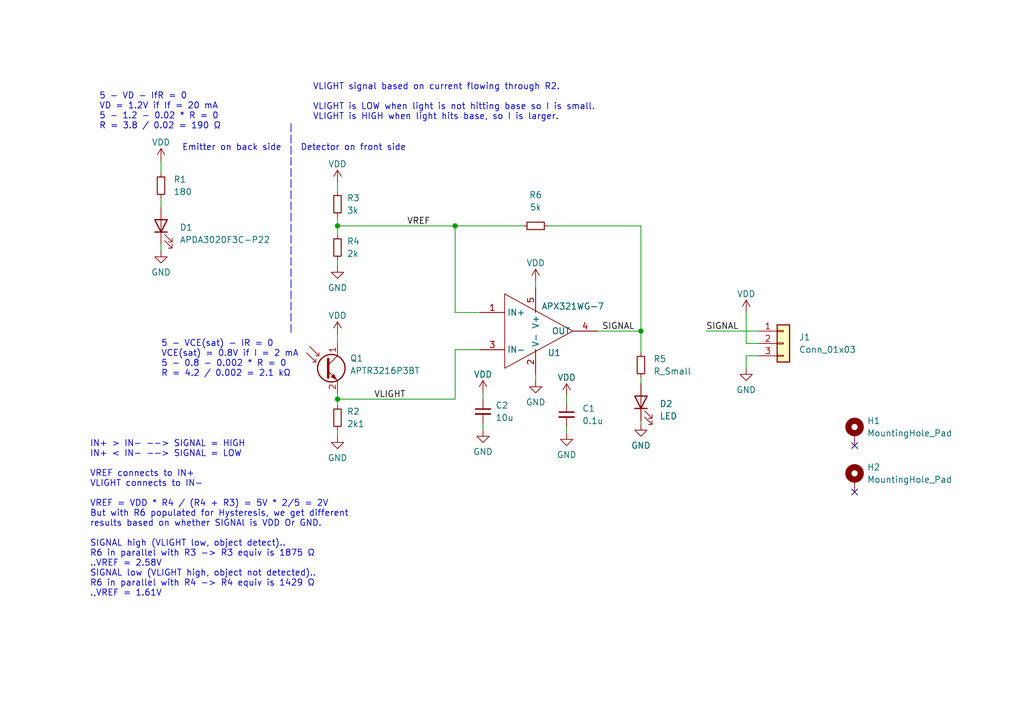
<source format=kicad_sch>
(kicad_sch (version 20211123) (generator eeschema)
  (paper "A5")
  (lib_symbols
    (symbol "Appreciate:APX321WG-7"
      (property "Reference" "U" (at 10.16 -3.81 0))
      (property "Value" "APX321WG-7" (at 15.24 3.81 0))
      (symbol "APX321WG-7_0_1"
        (polyline (pts (xy 0 7.62) (xy 0 -7.62) (xy 13.97 0) (xy 0 7.62)))
      )
      (symbol "APX321WG-7_1_1"
        (pin passive line (at -5.08 3.81 0) (length 5.08) (name "IN+") (number "1"))
        (pin passive line (at 6.35 -8.89 90) (length 5.08) (name "V-") (number "2"))
        (pin passive line (at -5.08 -3.81 0) (length 5.08) (name "IN-") (number "3"))
        (pin passive line (at 19.05 0 180) (length 5.08) (name "OUT") (number "4"))
        (pin passive line (at 6.35 8.89 270) (length 5.08) (name "V+") (number "5"))
      )
    )
    (symbol "Connector_Generic:Conn_01x03" (pin_names (offset 1.016) hide)
      (property "Reference" "J" (at 0 5.08 0))
      (property "Value" "Conn_01x03" (at 0 -5.08 0))
      (symbol "Conn_01x03_1_1"
        (rectangle (start -1.27 -2.413) (end 0 -2.667) (stroke (width 0.1524)))
        (rectangle (start -1.27 0.127) (end 0 -0.127) (stroke (width 0.1524)))
        (rectangle (start -1.27 2.667) (end 0 2.413) (stroke (width 0.1524)))
        (rectangle (start -1.27 3.81) (end 1.27 -3.81) (stroke (width 0.254)) (fill (type background)))
        (pin passive line (at -5.08 2.54 0) (length 3.81) (name "Pin_1") (number "1"))
        (pin passive line (at -5.08 0 0) (length 3.81) (name "Pin_2") (number "2"))
        (pin passive line (at -5.08 -2.54 0) (length 3.81) (name "Pin_3") (number "3"))
      )
    )
    (symbol "Device:C_Small" (pin_numbers hide) (pin_names (offset 0.254) hide)
      (property "Reference" "C" (at 0.254 1.778 0))
      (property "Value" "C_Small" (at 0.254 -2.032 0))
      (symbol "C_Small_0_1"
        (polyline (pts (xy -1.524 -0.508) (xy 1.524 -0.508)) (stroke (width 0.3302)))
        (polyline (pts (xy -1.524 0.508) (xy 1.524 0.508)) (stroke (width 0.3048)))
      )
      (symbol "C_Small_1_1"
        (pin passive line (at 0 2.54 270) (length 2.032) (name "~") (number "1"))
        (pin passive line (at 0 -2.54 90) (length 2.032) (name "~") (number "2"))
      )
    )
    (symbol "Device:LED" (pin_numbers hide) (pin_names (offset 1.016) hide)
      (property "Reference" "D" (at 0 2.54 0))
      (property "Value" "LED" (at 0 -2.54 0))
      (symbol "LED_0_1"
        (polyline (pts (xy -1.27 -1.27) (xy -1.27 1.27)) (stroke (width 0.254)))
        (polyline (pts (xy -1.27 0) (xy 1.27 0)))
        (polyline (pts (xy 1.27 -1.27) (xy 1.27 1.27) (xy -1.27 0) (xy 1.27 -1.27)) (stroke (width 0.254)))
        (polyline (pts (xy -3.048 -0.762) (xy -4.572 -2.286) (xy -3.81 -2.286) (xy -4.572 -2.286) (xy -4.572 -1.524)))
        (polyline (pts (xy -1.778 -0.762) (xy -3.302 -2.286) (xy -2.54 -2.286) (xy -3.302 -2.286) (xy -3.302 -1.524)))
      )
      (symbol "LED_1_1"
        (pin passive line (at -3.81 0 0) (length 2.54) (name "K") (number "1"))
        (pin passive line (at 3.81 0 180) (length 2.54) (name "A") (number "2"))
      )
    )
    (symbol "Device:Q_Photo_NPN" (pin_names (offset 0) hide)
      (property "Reference" "Q" (at 5.08 1.27 0))
      (property "Value" "Q_Photo_NPN" (at 5.08 -1.27 0))
      (symbol "Q_Photo_NPN_0_1"
        (polyline (pts (xy -1.905 1.27) (xy -2.54 1.27)))
        (polyline (pts (xy -1.27 2.54) (xy -1.905 2.54)))
        (polyline (pts (xy 0.635 0.635) (xy 2.54 2.54)))
        (polyline (pts (xy -3.81 3.175) (xy -1.905 1.27) (xy -1.905 1.905)))
        (polyline (pts (xy -3.175 4.445) (xy -1.27 2.54) (xy -1.27 3.175)))
        (polyline (pts (xy 0.635 -0.635) (xy 2.54 -2.54) (xy 2.54 -2.54)))
        (polyline (pts (xy 0.635 1.905) (xy 0.635 -1.905) (xy 0.635 -1.905)) (stroke (width 0.508)))
        (polyline (pts (xy 1.27 -1.778) (xy 1.778 -1.27) (xy 2.286 -2.286) (xy 1.27 -1.778) (xy 1.27 -1.778)) (fill (type outline)))
        (circle (center 1.27 0) (radius 2.8194) (stroke (width 0.254)))
      )
      (symbol "Q_Photo_NPN_1_1"
        (pin passive line (at 2.54 5.08 270) (length 2.54) (name "C") (number "1"))
        (pin passive line (at 2.54 -5.08 90) (length 2.54) (name "E") (number "2"))
      )
    )
    (symbol "Device:R_Small" (pin_numbers hide) (pin_names (offset 0.254) hide)
      (property "Reference" "R" (at 0.762 0.508 0))
      (property "Value" "R_Small" (at 0.762 -1.016 0))
      (symbol "R_Small_0_1"
        (rectangle (start -0.762 1.778) (end 0.762 -1.778) (stroke (width 0.2032)))
      )
      (symbol "R_Small_1_1"
        (pin passive line (at 0 2.54 270) (length 0.762) (name "~") (number "1"))
        (pin passive line (at 0 -2.54 90) (length 0.762) (name "~") (number "2"))
      )
    )
    (symbol "Mechanical:MountingHole_Pad" (pin_numbers hide) (pin_names (offset 1.016) hide)
      (property "Reference" "H" (at 0 6.35 0))
      (property "Value" "MountingHole_Pad" (at 0 4.445 0))
      (symbol "MountingHole_Pad_0_1"
        (circle (center 0 1.27) (radius 1.27) (stroke (width 1.27)))
      )
      (symbol "MountingHole_Pad_1_1"
        (pin input line (at 0 -2.54 90) (length 2.54) (name "1") (number "1"))
      )
    )
    (symbol "power:GND" (power) (pin_names (offset 0))
      (property "Value" "GND" (at 0 -3.81 0))
      (symbol "GND_0_1"
        (polyline (pts (xy 0 0) (xy 0 -1.27) (xy 1.27 -1.27) (xy 0 -2.54) (xy -1.27 -1.27) (xy 0 -1.27)))
      )
      (symbol "GND_1_1"
        (pin power_in line (at 0 0 270) (length 0) hide (name "GND") (number "1"))
      )
    )
    (symbol "power:VDD" (power) (pin_names (offset 0))
      (property "Value" "VDD" (at 0 3.81 0))
      (symbol "VDD_0_1"
        (polyline (pts (xy -0.762 1.27) (xy 0 2.54)))
        (polyline (pts (xy 0 0) (xy 0 2.54)))
        (polyline (pts (xy 0 2.54) (xy 0.762 1.27)))
      )
      (symbol "VDD_1_1"
        (pin power_in line (at 0 0 90) (length 0) hide (name "VDD") (number "1"))
      )
    )
  )
  (junction (at 131.445 67.945))
  (junction (at 69.215 81.915))
  (junction (at 93.345 46.355))
  (junction (at 69.215 46.355))
  (no_connect (at 175.26 91.44))
  (no_connect (at 175.26 100.965))
  (wire (pts (xy 99.06 80.645) (xy 99.06 81.915)))
  (wire (pts (xy 69.215 46.355) (xy 93.345 46.355)))
  (wire (pts (xy 69.215 81.915) (xy 69.215 83.185)))
  (wire (pts (xy 69.215 53.34) (xy 69.215 54.61)))
  (wire (pts (xy 144.78 67.945) (xy 155.575 67.945)))
  (wire (pts (xy 33.02 50.165) (xy 33.02 51.435)))
  (wire (pts (xy 131.445 86.36) (xy 131.445 86.995)))
  (wire (pts (xy 116.205 87.63) (xy 116.205 88.9)))
  (wire (pts (xy 33.02 33.02) (xy 33.02 35.56)))
  (wire (pts (xy 93.345 46.355) (xy 93.345 64.135)))
  (wire (pts (xy 109.855 57.785) (xy 109.855 59.055)))
  (wire (pts (xy 153.035 73.025) (xy 155.575 73.025)))
  (wire (pts (xy 69.215 88.265) (xy 69.215 89.535)))
  (wire (pts (xy 69.215 80.645) (xy 69.215 81.915)))
  (wire (pts (xy 112.395 46.355) (xy 131.445 46.355)))
  (wire (pts (xy 69.215 44.45) (xy 69.215 46.355)))
  (wire (pts (xy 93.345 46.355) (xy 107.315 46.355)))
  (wire (pts (xy 69.215 68.58) (xy 69.215 70.485)))
  (wire (pts (xy 99.06 86.995) (xy 99.06 88.265)))
  (wire (pts (xy 109.855 76.835) (xy 109.855 78.105)))
  (wire (pts (xy 69.215 81.915) (xy 93.345 81.915)))
  (polyline (pts (xy 59.69 25.4) (xy 59.69 68.58)))
  (wire (pts (xy 69.215 37.465) (xy 69.215 39.37)))
  (wire (pts (xy 153.035 70.485) (xy 155.575 70.485)))
  (wire (pts (xy 131.445 77.47) (xy 131.445 78.74)))
  (wire (pts (xy 153.035 64.135) (xy 153.035 70.485)))
  (wire (pts (xy 116.205 81.28) (xy 116.205 82.55)))
  (wire (pts (xy 122.555 67.945) (xy 131.445 67.945)))
  (wire (pts (xy 153.035 75.565) (xy 153.035 73.025)))
  (wire (pts (xy 98.425 71.755) (xy 93.345 71.755)))
  (wire (pts (xy 93.345 64.135) (xy 98.425 64.135)))
  (wire (pts (xy 93.345 71.755) (xy 93.345 81.915)))
  (wire (pts (xy 131.445 46.355) (xy 131.445 67.945)))
  (wire (pts (xy 69.215 46.355) (xy 69.215 48.26)))
  (wire (pts (xy 131.445 67.945) (xy 131.445 72.39)))
  (wire (pts (xy 33.02 40.64) (xy 33.02 42.545)))
  (text "5 - VCE(sat) - IR = 0\nVCE(sat) = 0.8V if I = 2 mA\n5 - 0.8 - 0.002 * R = 0\nR = 4.2 / 0.002 = 2.1 kΩ" (at 33.02 77.47 0) (effects (font (size 1.27 1.27)) (justify left bottom)))
  (text "Detector on front side" (at 61.595 31.115 0) (effects (font (size 1.27 1.27)) (justify left bottom)))
  (text "Emitter on back side" (at 57.785 31.115 180) (effects (font (size 1.27 1.27)) (justify right bottom)))
  (text "IN+ > IN- --> SIGNAL = HIGH\nIN+ < IN- --> SIGNAL = LOW \n\nVREF connects to IN+\nVLIGHT connects to IN-\n\nVREF = VDD * R4 / (R4 + R3) = 5V * 2/5 = 2V\nBut with R6 populated for Hysteresis, we get different\nresults based on whether SIGNAl is VDD Or GND.\n\nSIGNAL high (VLIGHT low, object detect)..\nR6 in parallel with R3 -> R3 equiv is 1875 Ω\n..VREF = 2.58V\nSIGNAL low (VLIGHT high, object not detected)..\nR6 in parallel with R4 -> R4 equiv is 1429 Ω\n.,VREF = 1.61V" (at 18.415 122.555 0) (effects (font (size 1.27 1.27)) (justify left bottom)))
  (text "VLIGHT signal based on current flowing through R2.\n\nVLIGHT is LOW when light is not hitting base so I is small.\nVLIGHT is HIGH when light hits base, so I is larger." (at 64.135 24.765 0) (effects (font (size 1.27 1.27)) (justify left bottom)))
  (text "5 - VD - IfR = 0\nVD = 1.2V if If = 20 mA\n5 - 1.2 - 0.02 * R = 0\nR = 3.8 / 0.02 = 190 Ω" (at 20.32 26.67 0) (effects (font (size 1.27 1.27)) (justify left bottom)))
  (label "VLIGHT" (at 83.185 81.915 180))
  (label "SIGNAL" (at 144.78 67.945 0))
  (label "SIGNAL" (at 130.175 67.945 180))
  (label "VREF" (at 88.265 46.355 180))
  (symbol (lib_id "Mechanical:MountingHole_Pad") (at 175.26 98.425 0) (unit 1)
    (property "Reference" "H2" (at 177.8 95.8849 0) (effects (justify left)))
    (property "Value" "MountingHole_Pad" (at 177.8 98.4249 0) (effects (justify left)))
    (property "Footprint" "MountingHole:MountingHole_2.2mm_M2_DIN965_Pad" (effects hide))
  )
  (symbol (lib_id "power:VDD") (at 69.215 68.58 0) (unit 1)
    (property "Reference" "#PWR03" (effects hide))
    (property "Value" "VDD" (at 69.215 64.77 0))
  )
  (symbol (lib_id "Device:C_Small") (at 116.205 85.09 0) (unit 1)
    (property "Reference" "C1" (at 119.38 83.8262 0) (effects (justify left)))
    (property "Value" "0.1u" (at 119.38 86.3662 0) (effects (justify left)))
    (property "Footprint" "Capacitor_SMD:C_1206_3216Metric" (effects hide))
  )
  (symbol (lib_id "Device:C_Small") (at 99.06 84.455 0) (unit 1)
    (property "Reference" "C2" (at 101.6 83.1912 0) (effects (justify left)))
    (property "Value" "10u" (at 101.6 85.7312 0) (effects (justify left)))
    (property "Footprint" "Capacitor_SMD:C_1206_3216Metric" (effects hide))
  )
  (symbol (lib_id "power:VDD") (at 69.215 37.465 0) (unit 1)
    (property "Reference" "#PWR05" (effects hide))
    (property "Value" "VDD" (at 69.215 33.655 0))
  )
  (symbol (lib_id "power:VDD") (at 109.855 57.785 0) (unit 1)
    (property "Reference" "#PWR09" (effects hide))
    (property "Value" "VDD" (at 109.855 53.975 0))
  )
  (symbol (lib_id "power:VDD") (at 99.06 80.645 0) (unit 1)
    (property "Reference" "#PWR014" (effects hide))
    (property "Value" "VDD" (at 99.06 76.835 0))
  )
  (symbol (lib_id "Connector_Generic:Conn_01x03") (at 160.655 70.485 0) (unit 1)
    (property "Reference" "J1" (at 163.83 69.2149 0) (effects (justify left)))
    (property "Value" "Conn_01x03" (at 163.83 71.7549 0) (effects (justify left)))
    (property "Footprint" "Connector_PinSocket_2.54mm:PinSocket_1x03_P2.54mm_Vertical" (effects hide))
  )
  (symbol (lib_id "Device:LED") (at 131.445 82.55 90) (unit 1)
    (property "Reference" "D2" (at 135.255 82.8674 90) (effects (justify right)))
    (property "Value" "LED" (at 135.255 85.4074 90) (effects (justify right)))
    (property "Footprint" "LED_SMD:LED_1206_3216Metric" (effects hide))
  )
  (symbol (lib_id "Device:R_Small") (at 69.215 41.91 0) (unit 1)
    (property "Reference" "R3" (at 71.12 40.6399 0) (effects (justify left)))
    (property "Value" "3k" (at 71.12 43.1799 0) (effects (justify left)))
    (property "Footprint" "Resistor_SMD:R_1206_3216Metric" (effects hide))
  )
  (symbol (lib_id "Appreciate:APX321WG-7") (at 103.505 67.945 0) (unit 1)
    (property "Reference" "U1" (at 113.665 72.39 0))
    (property "Value" "APX321WG-7" (at 117.475 62.865 0))
    (property "Footprint" "Appreciate:SOT95P285X145-5N" (effects hide))
    (property "Datasheet" "https://www.diodes.com/assets/Datasheets/APX321_358.pdf" (effects hide))
    (property "Height" "1.45" (effects hide))
    (property "Manufacturer_Name" "Diodes Inc." (effects hide))
    (property "Manufacturer_Part_Number" "APX321WG-7" (effects hide))
    (property "Mouser Part Number" "621-APX321WG-7" (effects hide))
    (property "Mouser Price/Stock" "https://www.mouser.co.uk/ProductDetail/Diodes-Incorporated/APX321WG-7?qs=mno522deGfZHxl564koOsA%3D%3D" (effects hide))
    (property "Arrow Part Number" "APX321WG-7" (effects hide))
    (property "Arrow Price/Stock" "https://www.arrow.com/en/products/apx321wg-7/diodes-incorporated?region=nac" (effects hide))
  )
  (symbol (lib_id "power:GND") (at 99.06 88.265 0) (unit 1)
    (property "Reference" "#PWR015" (effects hide))
    (property "Value" "GND" (at 99.06 92.71 0))
  )
  (symbol (lib_id "power:GND") (at 153.035 75.565 0) (unit 1)
    (property "Reference" "#PWR013" (effects hide))
    (property "Value" "GND" (at 153.035 80.01 0))
  )
  (symbol (lib_id "power:GND") (at 69.215 54.61 0) (unit 1)
    (property "Reference" "#PWR06" (effects hide))
    (property "Value" "GND" (at 69.215 59.055 0))
  )
  (symbol (lib_id "power:GND") (at 116.205 88.9 0) (unit 1)
    (property "Reference" "#PWR08" (effects hide))
    (property "Value" "GND" (at 116.205 93.345 0))
  )
  (symbol (lib_id "Device:R_Small") (at 131.445 74.93 0) (unit 1)
    (property "Reference" "R5" (at 133.985 73.6599 0) (effects (justify left)))
    (property "Value" "R_Small" (at 133.985 76.1999 0) (effects (justify left)))
    (property "Footprint" "Resistor_SMD:R_1206_3216Metric" (effects hide))
  )
  (symbol (lib_id "Device:R_Small") (at 109.855 46.355 90) (unit 1)
    (property "Reference" "R6" (at 109.855 40.005 90))
    (property "Value" "5k" (at 109.855 42.545 90))
    (property "Footprint" "Resistor_SMD:R_1206_3216Metric" (effects hide))
  )
  (symbol (lib_id "power:GND") (at 69.215 89.535 0) (unit 1)
    (property "Reference" "#PWR04" (effects hide))
    (property "Value" "GND" (at 69.215 93.98 0))
  )
  (symbol (lib_id "Mechanical:MountingHole_Pad") (at 175.26 88.9 0) (unit 1)
    (property "Reference" "H1" (at 177.8 86.3599 0) (effects (justify left)))
    (property "Value" "MountingHole_Pad" (at 177.8 88.8999 0) (effects (justify left)))
    (property "Footprint" "MountingHole:MountingHole_2.2mm_M2_DIN965_Pad" (effects hide))
  )
  (symbol (lib_id "power:VDD") (at 33.02 33.02 0) (unit 1)
    (property "Reference" "#PWR01" (effects hide))
    (property "Value" "VDD" (at 33.02 29.21 0))
  )
  (symbol (lib_id "Device:R_Small") (at 69.215 50.8 0) (unit 1)
    (property "Reference" "R4" (at 71.12 49.5299 0) (effects (justify left)))
    (property "Value" "2k" (at 71.12 52.0699 0) (effects (justify left)))
    (property "Footprint" "Resistor_SMD:R_1206_3216Metric" (effects hide))
  )
  (symbol (lib_id "Device:R_Small") (at 33.02 38.1 0) (unit 1)
    (property "Reference" "R1" (at 35.56 36.8299 0) (effects (justify left)))
    (property "Value" "180" (at 35.56 39.3699 0) (effects (justify left)))
    (property "Footprint" "Resistor_SMD:R_1206_3216Metric" (effects hide))
  )
  (symbol (lib_id "Device:R_Small") (at 69.215 85.725 0) (unit 1)
    (property "Reference" "R2" (at 71.12 84.4549 0) (effects (justify left)))
    (property "Value" "2k1" (at 71.12 86.9949 0) (effects (justify left)))
    (property "Footprint" "Resistor_SMD:R_1206_3216Metric" (effects hide))
  )
  (symbol (lib_id "power:GND") (at 131.445 86.995 0) (unit 1)
    (property "Reference" "#PWR011" (effects hide))
    (property "Value" "GND" (at 131.445 91.44 0))
  )
  (symbol (lib_id "Device:LED") (at 33.02 46.355 90) (unit 1)
    (property "Reference" "D1" (at 36.83 46.6724 90) (effects (justify right)))
    (property "Value" "APDA3020F3C-P22" (at 36.83 49.2124 90) (effects (justify right)))
    (property "Footprint" "Appreciate:APDA3020F3CP22" (effects hide))
  )
  (symbol (lib_id "power:VDD") (at 153.035 64.135 0) (unit 1)
    (property "Reference" "#PWR012" (effects hide))
    (property "Value" "VDD" (at 153.035 60.325 0))
  )
  (symbol (lib_id "power:GND") (at 109.855 78.105 0) (unit 1)
    (property "Reference" "#PWR010" (effects hide))
    (property "Value" "GND" (at 109.855 82.55 0))
  )
  (symbol (lib_id "Device:Q_Photo_NPN") (at 66.675 75.565 0) (unit 1)
    (property "Reference" "Q1" (at 71.755 73.5456 0) (effects (justify left)))
    (property "Value" "APTR3216P3BT" (at 71.755 76.0856 0) (effects (justify left)))
    (property "Footprint" "Appreciate:APTR3216P3BT" (effects hide))
  )
  (symbol (lib_id "power:GND") (at 33.02 51.435 0) (unit 1)
    (property "Reference" "#PWR02" (effects hide))
    (property "Value" "GND" (at 33.02 55.88 0))
  )
  (symbol (lib_id "power:VDD") (at 116.205 81.28 0) (unit 1)
    (property "Reference" "#PWR07" (effects hide))
    (property "Value" "VDD" (at 116.205 77.47 0))
  )
)
</source>
